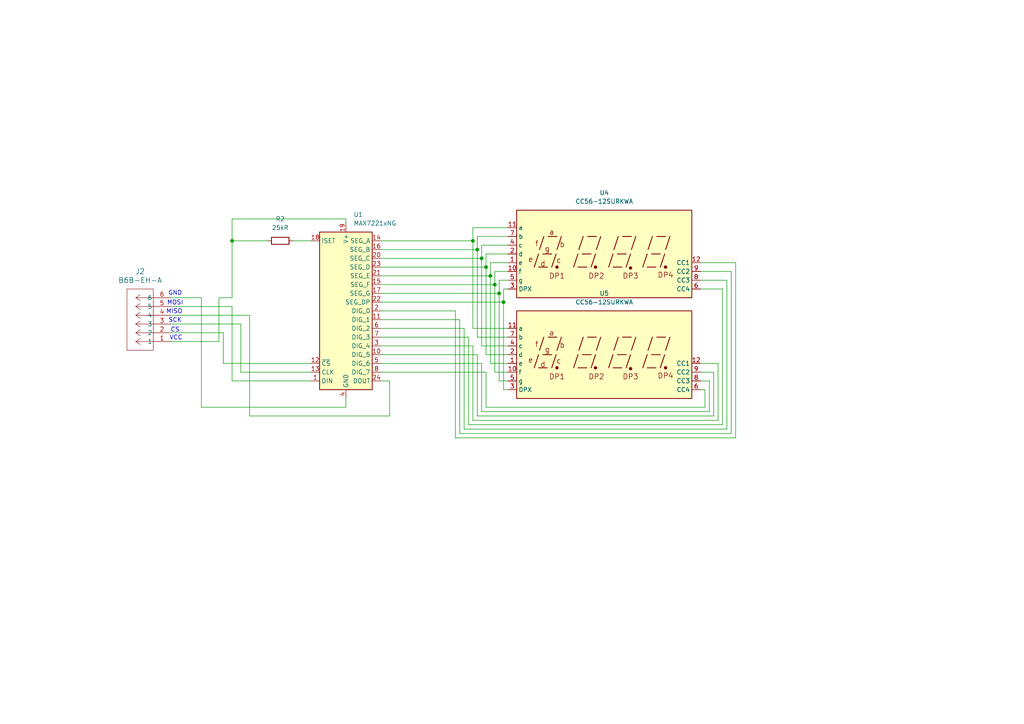
<source format=kicad_sch>
(kicad_sch (version 20231120) (generator "eeschema") (generator_version "8.0")
  (paper "A4")
  (lib_symbols
    (symbol "2024-10-07_13-54-21:B6B-EH-A" (pin_names (offset 0.254))
      (property "Reference" "J" (at 8.89 6.35 0))
      (property "Value" "B6B-EH-A" (at 0 0 0))
      (symbol "B6B-EH-A_1_1"
        (polyline (pts (xy 5.08 -15.24) (xy 12.7 -15.24)) (stroke (width 0.127)))
        (polyline (pts (xy 5.08 2.54) (xy 5.08 -15.24)) (stroke (width 0.127)))
        (polyline (pts (xy 10.16 -12.7) (xy 5.08 -12.7)) (stroke (width 0.127)))
        (polyline (pts (xy 10.16 -12.7) (xy 8.89 -13.5467)) (stroke (width 0.127)))
        (polyline (pts (xy 10.16 -12.7) (xy 8.89 -11.8533)) (stroke (width 0.127)))
        (polyline (pts (xy 10.16 -10.16) (xy 5.08 -10.16)) (stroke (width 0.127)))
        (polyline (pts (xy 10.16 -10.16) (xy 8.89 -11.0067)) (stroke (width 0.127)))
        (polyline (pts (xy 10.16 -10.16) (xy 8.89 -9.3133)) (stroke (width 0.127)))
        (polyline (pts (xy 10.16 -7.62) (xy 5.08 -7.62)) (stroke (width 0.127)))
        (polyline (pts (xy 10.16 -7.62) (xy 8.89 -8.4667)) (stroke (width 0.127)))
        (polyline (pts (xy 10.16 -7.62) (xy 8.89 -6.7733)) (stroke (width 0.127)))
        (polyline (pts (xy 10.16 -5.08) (xy 5.08 -5.08)) (stroke (width 0.127)))
        (polyline (pts (xy 10.16 -5.08) (xy 8.89 -5.9267)) (stroke (width 0.127)))
        (polyline (pts (xy 10.16 -5.08) (xy 8.89 -4.2333)) (stroke (width 0.127)))
        (polyline (pts (xy 10.16 -2.54) (xy 5.08 -2.54)) (stroke (width 0.127)))
        (polyline (pts (xy 10.16 -2.54) (xy 8.89 -3.3867)) (stroke (width 0.127)))
        (polyline (pts (xy 10.16 -2.54) (xy 8.89 -1.6933)) (stroke (width 0.127)))
        (polyline (pts (xy 10.16 0) (xy 5.08 0)) (stroke (width 0.127)))
        (polyline (pts (xy 10.16 0) (xy 8.89 -0.8467)) (stroke (width 0.127)))
        (polyline (pts (xy 10.16 0) (xy 8.89 0.8467)) (stroke (width 0.127)))
        (polyline (pts (xy 12.7 -15.24) (xy 12.7 2.54)) (stroke (width 0.127)))
        (polyline (pts (xy 12.7 2.54) (xy 5.08 2.54)) (stroke (width 0.127)))
        (pin unspecified line (at 0 0 0) (length 5.08) (name "1") (number "1"))
        (pin unspecified line (at 0 -2.54 0) (length 5.08) (name "2") (number "2"))
        (pin unspecified line (at 0 -5.08 0) (length 5.08) (name "3") (number "3"))
        (pin unspecified line (at 0 -7.62 0) (length 5.08) (name "4") (number "4"))
        (pin unspecified line (at 0 -10.16 0) (length 5.08) (name "5") (number "5"))
        (pin unspecified line (at 0 -12.7 0) (length 5.08) (name "6") (number "6"))
      )
      (symbol "B6B-EH-A_1_2"
        (polyline (pts (xy 5.08 -15.24) (xy 12.7 -15.24)) (stroke (width 0.127)))
        (polyline (pts (xy 5.08 2.54) (xy 5.08 -15.24)) (stroke (width 0.127)))
        (polyline (pts (xy 7.62 -12.7) (xy 5.08 -12.7)) (stroke (width 0.127)))
        (polyline (pts (xy 7.62 -12.7) (xy 8.89 -13.5467)) (stroke (width 0.127)))
        (polyline (pts (xy 7.62 -12.7) (xy 8.89 -11.8533)) (stroke (width 0.127)))
        (polyline (pts (xy 7.62 -10.16) (xy 5.08 -10.16)) (stroke (width 0.127)))
        (polyline (pts (xy 7.62 -10.16) (xy 8.89 -11.0067)) (stroke (width 0.127)))
        (polyline (pts (xy 7.62 -10.16) (xy 8.89 -9.3133)) (stroke (width 0.127)))
        (polyline (pts (xy 7.62 -7.62) (xy 5.08 -7.62)) (stroke (width 0.127)))
        (polyline (pts (xy 7.62 -7.62) (xy 8.89 -8.4667)) (stroke (width 0.127)))
        (polyline (pts (xy 7.62 -7.62) (xy 8.89 -6.7733)) (stroke (width 0.127)))
        (polyline (pts (xy 7.62 -5.08) (xy 5.08 -5.08)) (stroke (width 0.127)))
        (polyline (pts (xy 7.62 -5.08) (xy 8.89 -5.9267)) (stroke (width 0.127)))
        (polyline (pts (xy 7.62 -5.08) (xy 8.89 -4.2333)) (stroke (width 0.127)))
        (polyline (pts (xy 7.62 -2.54) (xy 5.08 -2.54)) (stroke (width 0.127)))
        (polyline (pts (xy 7.62 -2.54) (xy 8.89 -3.3867)) (stroke (width 0.127)))
        (polyline (pts (xy 7.62 -2.54) (xy 8.89 -1.6933)) (stroke (width 0.127)))
        (polyline (pts (xy 7.62 0) (xy 5.08 0)) (stroke (width 0.127)))
        (polyline (pts (xy 7.62 0) (xy 8.89 -0.8467)) (stroke (width 0.127)))
        (polyline (pts (xy 7.62 0) (xy 8.89 0.8467)) (stroke (width 0.127)))
        (polyline (pts (xy 12.7 -15.24) (xy 12.7 2.54)) (stroke (width 0.127)))
        (polyline (pts (xy 12.7 2.54) (xy 5.08 2.54)) (stroke (width 0.127)))
        (pin unspecified line (at 0 0 0) (length 5.08) (name "1") (number "1"))
        (pin unspecified line (at 0 -2.54 0) (length 5.08) (name "2") (number "2"))
        (pin unspecified line (at 0 -5.08 0) (length 5.08) (name "3") (number "3"))
        (pin unspecified line (at 0 -7.62 0) (length 5.08) (name "4") (number "4"))
        (pin unspecified line (at 0 -10.16 0) (length 5.08) (name "5") (number "5"))
        (pin unspecified line (at 0 -12.7 0) (length 5.08) (name "6") (number "6"))
      )
    )
    (symbol "Device:R" (pin_numbers hide) (pin_names (offset 0))
      (property "Reference" "R" (at 2.032 0 90))
      (property "Value" "R" (at 0 0 90))
      (symbol "R_0_1"
        (rectangle (start -1.016 -2.54) (end 1.016 2.54) (stroke (width 0.254)))
      )
      (symbol "R_1_1"
        (pin passive line (at 0 3.81 270) (length 1.27) (name "~") (number "1"))
        (pin passive line (at 0 -3.81 90) (length 1.27) (name "~") (number "2"))
      )
    )
    (symbol "Display_Character:CC56-12SURKWA"
      (property "Reference" "U" (at -24.13 13.97 0))
      (property "Value" "CC56-12SURKWA" (at 16.51 13.97 0))
      (symbol "CC56-12SURKWA_0_0"
        (rectangle (start -25.4 12.7) (end 25.4 -12.7) (stroke (width 0.254)) (fill (type background)))
        (polyline (pts (xy -20.32 -3.81) (xy -19.05 0)) (stroke (width 0.254)))
        (polyline (pts (xy -19.05 -3.81) (xy -16.51 -3.81)) (stroke (width 0.254)))
        (polyline (pts (xy -18.796 1.27) (xy -17.526 5.08)) (stroke (width 0.254)))
        (polyline (pts (xy -17.78 0) (xy -15.24 0)) (stroke (width 0.254)))
        (polyline (pts (xy -16.256 5.08) (xy -13.716 5.08)) (stroke (width 0.254)))
        (polyline (pts (xy -15.24 -3.81) (xy -13.97 0)) (stroke (width 0.254)))
        (polyline (pts (xy -13.716 1.27) (xy -12.446 5.08)) (stroke (width 0.254)))
        (polyline (pts (xy -8.89 -3.81) (xy -7.62 0)) (stroke (width 0.254)))
        (polyline (pts (xy -7.62 -3.81) (xy -5.08 -3.81)) (stroke (width 0.254)))
        (polyline (pts (xy -7.366 1.27) (xy -6.096 5.08)) (stroke (width 0.254)))
        (polyline (pts (xy -6.35 0) (xy -3.81 0)) (stroke (width 0.254)))
        (polyline (pts (xy -4.826 5.08) (xy -2.286 5.08)) (stroke (width 0.254)))
        (polyline (pts (xy -3.81 -3.81) (xy -2.54 0)) (stroke (width 0.254)))
        (polyline (pts (xy -2.286 1.27) (xy -1.016 5.08)) (stroke (width 0.254)))
        (polyline (pts (xy 1.27 -3.81) (xy 2.54 0)) (stroke (width 0.254)))
        (polyline (pts (xy 2.54 -3.81) (xy 5.08 -3.81)) (stroke (width 0.254)))
        (polyline (pts (xy 2.794 1.27) (xy 4.064 5.08)) (stroke (width 0.254)))
        (polyline (pts (xy 3.81 0) (xy 6.35 0)) (stroke (width 0.254)))
        (polyline (pts (xy 5.334 5.08) (xy 7.874 5.08)) (stroke (width 0.254)))
        (polyline (pts (xy 6.35 -3.81) (xy 7.62 0)) (stroke (width 0.254)))
        (polyline (pts (xy 7.874 1.27) (xy 9.144 5.08)) (stroke (width 0.254)))
        (polyline (pts (xy 11.176 -3.81) (xy 12.446 0)) (stroke (width 0.254)))
        (polyline (pts (xy 12.446 -3.81) (xy 14.986 -3.81)) (stroke (width 0.254)))
        (polyline (pts (xy 12.7 1.27) (xy 13.97 5.08)) (stroke (width 0.254)))
        (polyline (pts (xy 13.716 0) (xy 16.256 0)) (stroke (width 0.254)))
        (polyline (pts (xy 15.24 5.08) (xy 17.78 5.08)) (stroke (width 0.254)))
        (polyline (pts (xy 16.256 -3.81) (xy 17.526 0)) (stroke (width 0.254)))
        (polyline (pts (xy 17.78 1.27) (xy 19.05 5.08)) (stroke (width 0.254)))
        (text "a" (at -15.24 6.35 0) (effects (font (size 1.524 1.524))))
        (text "b" (at -12.192 2.794 0) (effects (font (size 1.524 1.524))))
        (text "c" (at -13.208 -1.778 0) (effects (font (size 1.524 1.524))))
        (text "d" (at -17.78 -2.794 0) (effects (font (size 1.524 1.524))))
        (text "DP1" (at -13.716 -6.35 0) (effects (font (size 1.524 1.524))))
        (text "DP2" (at -2.286 -6.35 0) (effects (font (size 1.524 1.524))))
        (text "DP3" (at 7.62 -6.35 0) (effects (font (size 1.524 1.524))))
        (text "DP4" (at 17.78 -6.096 0) (effects (font (size 1.524 1.524))))
        (text "e" (at -21.336 -1.524 0) (effects (font (size 1.524 1.524))))
        (text "f" (at -19.558 3.048 0) (effects (font (size 1.524 1.524))))
        (text "g" (at -16.51 1.524 0) (effects (font (size 1.524 1.524))))
      )
      (symbol "CC56-12SURKWA_0_1"
        (circle (center -13.716 -3.81) (radius 0.3556) (stroke (width 0.254)) (fill (type outline)))
        (circle (center -2.54 -3.81) (radius 0.3556) (stroke (width 0.254)) (fill (type outline)))
      )
      (symbol "CC56-12SURKWA_1_0"
        (circle (center 7.62 -4.064) (radius 0.3556) (stroke (width 0.254)) (fill (type outline)))
        (circle (center 17.78 -3.81) (radius 0.3556) (stroke (width 0.254)) (fill (type outline)))
      )
      (symbol "CC56-12SURKWA_1_1"
        (pin input line (at -27.94 -2.54 0) (length 2.54) (name "e") (number "1"))
        (pin input line (at -27.94 -5.08 0) (length 2.54) (name "f") (number "10"))
        (pin input line (at -27.94 7.62 0) (length 2.54) (name "a") (number "11"))
        (pin input line (at 27.94 -2.54 180) (length 2.54) (name "CC1") (number "12"))
        (pin input line (at -27.94 0 0) (length 2.54) (name "d") (number "2"))
        (pin input line (at -27.94 -10.16 0) (length 2.54) (name "DPX") (number "3"))
        (pin input line (at -27.94 2.54 0) (length 2.54) (name "c") (number "4"))
        (pin input line (at -27.94 -7.62 0) (length 2.54) (name "g") (number "5"))
        (pin input line (at 27.94 -10.16 180) (length 2.54) (name "CC4") (number "6"))
        (pin input line (at -27.94 5.08 0) (length 2.54) (name "b") (number "7"))
        (pin input line (at 27.94 -7.62 180) (length 2.54) (name "CC3") (number "8"))
        (pin input line (at 27.94 -5.08 180) (length 2.54) (name "CC2") (number "9"))
      )
    )
    (symbol "Driver_LED:MAX7221xNG"
      (property "Reference" "U" (at -6.35 24.13 0))
      (property "Value" "MAX7221xNG" (at 1.27 25.4 0))
      (symbol "MAX7221xNG_0_1"
        (rectangle (start -7.62 22.86) (end 7.62 -22.86) (stroke (width 0.254)) (fill (type background)))
      )
      (symbol "MAX7221xNG_1_1"
        (pin input line (at -10.16 -20.32 0) (length 2.54) (name "DIN") (number "1"))
        (pin open_collector line (at 10.16 -12.7 180) (length 2.54) (name "DIG_5") (number "10"))
        (pin open_collector line (at 10.16 -2.54 180) (length 2.54) (name "DIG_1") (number "11"))
        (pin input line (at -10.16 -15.24 0) (length 2.54) (name "~{CS}") (number "12"))
        (pin input line (at -10.16 -17.78 0) (length 2.54) (name "CLK") (number "13"))
        (pin open_emitter line (at 10.16 20.32 180) (length 2.54) (name "SEG_A") (number "14"))
        (pin open_emitter line (at 10.16 7.62 180) (length 2.54) (name "SEG_F") (number "15"))
        (pin open_emitter line (at 10.16 17.78 180) (length 2.54) (name "SEG_B") (number "16"))
        (pin open_emitter line (at 10.16 5.08 180) (length 2.54) (name "SEG_G") (number "17"))
        (pin input line (at -10.16 20.32 0) (length 2.54) (name "ISET") (number "18"))
        (pin power_in line (at 0 25.4 270) (length 2.54) (name "V+") (number "19"))
        (pin open_collector line (at 10.16 0 180) (length 2.54) (name "DIG_0") (number "2"))
        (pin open_emitter line (at 10.16 15.24 180) (length 2.54) (name "SEG_C") (number "20"))
        (pin open_emitter line (at 10.16 10.16 180) (length 2.54) (name "SEG_E") (number "21"))
        (pin open_emitter line (at 10.16 2.54 180) (length 2.54) (name "SEG_DP") (number "22"))
        (pin open_emitter line (at 10.16 12.7 180) (length 2.54) (name "SEG_D") (number "23"))
        (pin output line (at 10.16 -20.32 180) (length 2.54) (name "DOUT") (number "24"))
        (pin open_collector line (at 10.16 -10.16 180) (length 2.54) (name "DIG_4") (number "3"))
        (pin power_in line (at 0 -25.4 90) (length 2.54) (name "GND") (number "4"))
        (pin open_collector line (at 10.16 -15.24 180) (length 2.54) (name "DIG_6") (number "5"))
        (pin open_collector line (at 10.16 -5.08 180) (length 2.54) (name "DIG_2") (number "6"))
        (pin open_collector line (at 10.16 -7.62 180) (length 2.54) (name "DIG_3") (number "7"))
        (pin open_collector line (at 10.16 -17.78 180) (length 2.54) (name "DIG_7") (number "8"))
        (pin passive line (at 0 -25.4 90) (length 2.54) hide (name "GND") (number "9"))
      )
    )
  )
  (junction (at 137.16 69.85))
  (junction (at 139.7 74.93))
  (junction (at 146.05 87.63))
  (junction (at 142.24 80.01))
  (junction (at 138.43 72.39))
  (junction (at 140.97 77.47))
  (junction (at 67.31 69.85))
  (junction (at 143.51 82.55))
  (junction (at 144.78 85.09))
  (wire (pts (xy 140.97 102.87) (xy 140.97 77.47)))
  (wire (pts (xy 139.7 71.12) (xy 139.7 74.93)))
  (wire (pts (xy 67.31 63.5) (xy 100.33 63.5)))
  (wire (pts (xy 64.77 96.52) (xy 49.53 96.52)))
  (wire (pts (xy 72.39 91.44) (xy 49.53 91.44)))
  (wire (pts (xy 110.49 110.49) (xy 113.03 110.49)))
  (wire (pts (xy 146.05 83.82) (xy 147.32 83.82)))
  (wire (pts (xy 147.32 100.33) (xy 139.7 100.33)))
  (wire (pts (xy 110.49 100.33) (xy 137.16 100.33)))
  (wire (pts (xy 139.7 74.93) (xy 110.49 74.93)))
  (wire (pts (xy 137.16 95.25) (xy 137.16 69.85)))
  (wire (pts (xy 137.16 121.92) (xy 208.28 121.92)))
  (wire (pts (xy 207.01 120.65) (xy 138.43 120.65)))
  (wire (pts (xy 138.43 72.39) (xy 138.43 68.58)))
  (wire (pts (xy 110.49 90.17) (xy 132.08 90.17)))
  (wire (pts (xy 64.77 105.41) (xy 64.77 96.52)))
  (wire (pts (xy 142.24 105.41) (xy 142.24 80.01)))
  (wire (pts (xy 133.35 125.73) (xy 133.35 92.71)))
  (wire (pts (xy 203.2 107.95) (xy 207.01 107.95)))
  (wire (pts (xy 142.24 76.2) (xy 142.24 80.01)))
  (wire (pts (xy 212.09 78.74) (xy 212.09 125.73)))
  (wire (pts (xy 209.55 123.19) (xy 135.89 123.19)))
  (wire (pts (xy 49.53 93.98) (xy 69.85 93.98)))
  (wire (pts (xy 110.49 82.55) (xy 143.51 82.55)))
  (wire (pts (xy 212.09 125.73) (xy 133.35 125.73)))
  (wire (pts (xy 49.53 99.06) (xy 63.5 99.06)))
  (wire (pts (xy 138.43 68.58) (xy 147.32 68.58)))
  (wire (pts (xy 147.32 105.41) (xy 142.24 105.41)))
  (wire (pts (xy 209.55 83.82) (xy 209.55 123.19)))
  (wire (pts (xy 90.17 110.49) (xy 67.31 110.49)))
  (wire (pts (xy 208.28 121.92) (xy 208.28 105.41)))
  (wire (pts (xy 143.51 107.95) (xy 143.51 82.55)))
  (wire (pts (xy 147.32 107.95) (xy 143.51 107.95)))
  (wire (pts (xy 137.16 100.33) (xy 137.16 121.92)))
  (wire (pts (xy 100.33 118.11) (xy 58.42 118.11)))
  (wire (pts (xy 110.49 95.25) (xy 134.62 95.25)))
  (wire (pts (xy 69.85 107.95) (xy 90.17 107.95)))
  (wire (pts (xy 140.97 118.11) (xy 204.47 118.11)))
  (wire (pts (xy 147.32 95.25) (xy 137.16 95.25)))
  (wire (pts (xy 147.32 71.12) (xy 139.7 71.12)))
  (wire (pts (xy 147.32 81.28) (xy 144.78 81.28)))
  (wire (pts (xy 140.97 118.11) (xy 140.97 107.95)))
  (wire (pts (xy 140.97 107.95) (xy 110.49 107.95)))
  (wire (pts (xy 67.31 69.85) (xy 77.47 69.85)))
  (wire (pts (xy 113.03 110.49) (xy 113.03 120.65)))
  (wire (pts (xy 85.09 69.85) (xy 90.17 69.85)))
  (wire (pts (xy 144.78 85.09) (xy 110.49 85.09)))
  (wire (pts (xy 146.05 87.63) (xy 146.05 83.82)))
  (wire (pts (xy 69.85 93.98) (xy 69.85 107.95)))
  (wire (pts (xy 204.47 113.03) (xy 203.2 113.03)))
  (wire (pts (xy 139.7 100.33) (xy 139.7 74.93)))
  (wire (pts (xy 135.89 123.19) (xy 135.89 97.79)))
  (wire (pts (xy 110.49 77.47) (xy 140.97 77.47)))
  (wire (pts (xy 147.32 97.79) (xy 138.43 97.79)))
  (wire (pts (xy 58.42 86.36) (xy 58.42 118.11)))
  (wire (pts (xy 110.49 87.63) (xy 146.05 87.63)))
  (wire (pts (xy 67.31 86.36) (xy 67.31 69.85)))
  (wire (pts (xy 143.51 82.55) (xy 143.51 78.74)))
  (wire (pts (xy 147.32 102.87) (xy 140.97 102.87)))
  (wire (pts (xy 110.49 72.39) (xy 138.43 72.39)))
  (wire (pts (xy 140.97 77.47) (xy 140.97 73.66)))
  (wire (pts (xy 144.78 81.28) (xy 144.78 85.09)))
  (wire (pts (xy 140.97 73.66) (xy 147.32 73.66)))
  (wire (pts (xy 134.62 124.46) (xy 210.82 124.46)))
  (wire (pts (xy 72.39 120.65) (xy 72.39 91.44)))
  (wire (pts (xy 147.32 76.2) (xy 142.24 76.2)))
  (wire (pts (xy 213.36 76.2) (xy 203.2 76.2)))
  (wire (pts (xy 90.17 105.41) (xy 64.77 105.41)))
  (wire (pts (xy 100.33 115.57) (xy 100.33 118.11)))
  (wire (pts (xy 63.5 86.36) (xy 67.31 86.36)))
  (wire (pts (xy 205.74 110.49) (xy 203.2 110.49)))
  (wire (pts (xy 63.5 99.06) (xy 63.5 86.36)))
  (wire (pts (xy 203.2 83.82) (xy 209.55 83.82)))
  (wire (pts (xy 142.24 80.01) (xy 110.49 80.01)))
  (wire (pts (xy 144.78 110.49) (xy 144.78 85.09)))
  (wire (pts (xy 137.16 66.04) (xy 137.16 69.85)))
  (wire (pts (xy 133.35 92.71) (xy 110.49 92.71)))
  (wire (pts (xy 204.47 113.03) (xy 204.47 118.11)))
  (wire (pts (xy 139.7 119.38) (xy 205.74 119.38)))
  (wire (pts (xy 137.16 69.85) (xy 110.49 69.85)))
  (wire (pts (xy 147.32 113.03) (xy 146.05 113.03)))
  (wire (pts (xy 146.05 113.03) (xy 146.05 87.63)))
  (wire (pts (xy 138.43 97.79) (xy 138.43 72.39)))
  (wire (pts (xy 138.43 120.65) (xy 138.43 102.87)))
  (wire (pts (xy 58.42 86.36) (xy 49.53 86.36)))
  (wire (pts (xy 143.51 78.74) (xy 147.32 78.74)))
  (wire (pts (xy 113.03 120.65) (xy 72.39 120.65)))
  (wire (pts (xy 139.7 105.41) (xy 139.7 119.38)))
  (wire (pts (xy 138.43 102.87) (xy 110.49 102.87)))
  (wire (pts (xy 134.62 95.25) (xy 134.62 124.46)))
  (wire (pts (xy 203.2 78.74) (xy 212.09 78.74)))
  (wire (pts (xy 210.82 124.46) (xy 210.82 81.28)))
  (wire (pts (xy 132.08 127) (xy 213.36 127)))
  (wire (pts (xy 213.36 127) (xy 213.36 76.2)))
  (wire (pts (xy 210.82 81.28) (xy 203.2 81.28)))
  (wire (pts (xy 67.31 69.85) (xy 67.31 63.5)))
  (wire (pts (xy 100.33 63.5) (xy 100.33 64.77)))
  (wire (pts (xy 207.01 107.95) (xy 207.01 120.65)))
  (wire (pts (xy 110.49 105.41) (xy 139.7 105.41)))
  (wire (pts (xy 67.31 110.49) (xy 67.31 88.9)))
  (wire (pts (xy 147.32 110.49) (xy 144.78 110.49)))
  (wire (pts (xy 208.28 105.41) (xy 203.2 105.41)))
  (wire (pts (xy 132.08 90.17) (xy 132.08 127)))
  (wire (pts (xy 205.74 119.38) (xy 205.74 110.49)))
  (wire (pts (xy 135.89 97.79) (xy 110.49 97.79)))
  (wire (pts (xy 147.32 66.04) (xy 137.16 66.04)))
  (wire (pts (xy 67.31 88.9) (xy 49.53 88.9)))
  (text "CS" (at 50.8 95.758 0) (effects (font (size 1.27 1.27))))
  (text "SCK" (at 50.8 92.964 0) (effects (font (size 1.27 1.27))))
  (text "VCC" (at 51.054 98.044 0) (effects (font (size 1.27 1.27))))
  (text "GND" (at 50.8 85.09 0) (effects (font (size 1.27 1.27))))
  (text "MOSI" (at 50.8 87.884 0) (effects (font (size 1.27 1.27))))
  (text "MISO" (at 50.546 90.424 0) (effects (font (size 1.27 1.27))))
  (symbol (lib_id "Display_Character:CC56-12SURKWA") (at 175.26 73.66 0) (unit 1)
    (property "Reference" "U4" (at 175.26 55.88 0))
    (property "Value" "CC56-12SURKWA" (at 175.26 58.42 0))
    (property "Footprint" "Display_7Segment:CA56-12SURKWA_autorouting" (effects (hide yes)))
    (property "Datasheet" "http://www.kingbright.com/attachments/file/psearch/000/00/00/CC56-12SURKWA(Ver.7A).pdf" (effects (hide yes)))
    (property "Description" "4 digit 7 segment hyper red LED, common cathode" (effects (hide yes)))
  )
  (symbol (lib_id "Device:R") (at 81.28 69.85 90) (unit 1)
    (property "Reference" "R2" (at 81.28 63.5 90))
    (property "Value" "25kR" (at 81.28 66.04 90))
    (property "Footprint" "Resistor_SMD:R_0603_1608Metric_Pad0.98x0.95mm_HandSolder" (effects (hide yes)))
    (property "Description" "Resistor" (effects (hide yes)))
  )
  (symbol (lib_id "Driver_LED:MAX7221xNG") (at 100.33 90.17 0) (unit 1)
    (property "Reference" "U1" (at 102.5241 62.23 0) (effects (justify left)))
    (property "Value" "MAX7221xNG" (at 102.5241 64.77 0) (effects (justify left)))
    (property "Footprint" "Package_DIP:DIP-24_W7.62mm" (effects (hide yes)))
    (property "Datasheet" "https://datasheets.maximintegrated.com/en/ds/MAX7219-MAX7221.pdf" (effects (hide yes)))
    (property "Description" "Serially Interfaced, 8-Digit LED Display Driver, PDIP-24" (effects (hide yes)))
  )
  (symbol (lib_id "Display_Character:CC56-12SURKWA") (at 175.26 102.87 0) (unit 1)
    (property "Reference" "U5" (at 175.26 85.09 0))
    (property "Value" "CC56-12SURKWA" (at 175.26 87.63 0))
    (property "Footprint" "Display_7Segment:CA56-12SURKWA_autorouting" (effects (hide yes)))
    (property "Datasheet" "http://www.kingbright.com/attachments/file/psearch/000/00/00/CC56-12SURKWA(Ver.7A).pdf" (effects (hide yes)))
    (property "Description" "4 digit 7 segment hyper red LED, common cathode" (effects (hide yes)))
  )
  (symbol (lib_id "2024-10-07_13-54-21:B6B-EH-A") (at 49.53 99.06 180) (unit 1)
    (property "Reference" "J2" (at 40.64 78.74 0) (effects (font (size 1.524 1.524))))
    (property "Value" "B6B-EH-A" (at 40.64 81.28 0) (effects (font (size 1.524 1.524))))
    (property "Footprint" "Connector_JST:JST_EH_B6B-EH-A_1x06_P2.50mm_Vertical" (effects (hide yes)))
    (property "Datasheet" "B6B-EH-A" (effects (hide yes)))
  )
)
</source>
